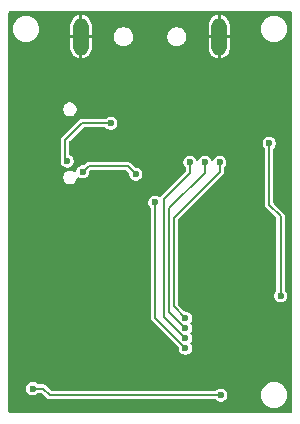
<source format=gbr>
%TF.GenerationSoftware,KiCad,Pcbnew,9.0.0*%
%TF.CreationDate,2025-07-11T23:31:07+02:00*%
%TF.ProjectId,usb-dmx,7573622d-646d-4782-9e6b-696361645f70,1*%
%TF.SameCoordinates,Original*%
%TF.FileFunction,Copper,L2,Bot*%
%TF.FilePolarity,Positive*%
%FSLAX46Y46*%
G04 Gerber Fmt 4.6, Leading zero omitted, Abs format (unit mm)*
G04 Created by KiCad (PCBNEW 9.0.0) date 2025-07-11 23:31:07*
%MOMM*%
%LPD*%
G01*
G04 APERTURE LIST*
%TA.AperFunction,HeatsinkPad*%
%ADD10O,1.300000X3.200000*%
%TD*%
%TA.AperFunction,ViaPad*%
%ADD11C,0.600000*%
%TD*%
%TA.AperFunction,Conductor*%
%ADD12C,0.200000*%
%TD*%
G04 APERTURE END LIST*
D10*
%TO.P,J2,5,Shield*%
%TO.N,GND*%
X94150000Y-62675000D03*
X105850000Y-62675000D03*
%TD*%
D11*
%TO.N,Net-(U3-EN)*%
X106000000Y-93000000D03*
X90050000Y-92450000D03*
%TO.N,1*%
X103000000Y-89050000D03*
X100412500Y-76700000D03*
%TO.N,2*%
X103365000Y-73275000D03*
X103000000Y-88200000D03*
%TO.N,4*%
X103000000Y-86500000D03*
X105905000Y-73275000D03*
%TO.N,GND*%
X110637500Y-87500000D03*
X96000000Y-89600000D03*
X111700000Y-83100000D03*
X90600000Y-69200000D03*
X107800000Y-83100000D03*
X106600000Y-67800000D03*
X111000000Y-66000000D03*
X104600000Y-87000000D03*
X103800000Y-61200000D03*
X107800000Y-62400000D03*
X90800000Y-81200000D03*
X101600000Y-91800000D03*
X100200000Y-63000000D03*
X105800000Y-65200000D03*
X92600000Y-91800000D03*
X91800000Y-62800000D03*
X92400000Y-86400000D03*
X100200000Y-70800000D03*
X96737500Y-68500000D03*
X89400000Y-73000000D03*
X109200000Y-79400000D03*
X96400000Y-61400000D03*
X104000000Y-77800000D03*
X109500000Y-85600000D03*
X104800000Y-71200000D03*
X97600000Y-74600000D03*
X99000000Y-82600000D03*
X111400000Y-74200000D03*
X108000000Y-93800000D03*
X98587500Y-76700000D03*
%TO.N,VCC_5V*%
X111050000Y-84600000D03*
X98800000Y-74300000D03*
X110100000Y-71700000D03*
X94290000Y-74100000D03*
%TO.N,3*%
X103000000Y-87350000D03*
X104635000Y-73275000D03*
%TO.N,Net-(J1-CC2)*%
X96687500Y-70000000D03*
X93000000Y-73200000D03*
%TD*%
D12*
%TO.N,Net-(U3-EN)*%
X91500000Y-93000000D02*
X106000000Y-93000000D01*
X90050000Y-92450000D02*
X90950000Y-92450000D01*
X90950000Y-92450000D02*
X91500000Y-93000000D01*
%TO.N,1*%
X100412500Y-86462500D02*
X103000000Y-89050000D01*
X100412500Y-76700000D02*
X100412500Y-86462500D01*
%TO.N,2*%
X103365000Y-74235000D02*
X101200000Y-76400000D01*
X101200000Y-76400000D02*
X101200000Y-86400000D01*
X103365000Y-73275000D02*
X103365000Y-74235000D01*
X101200000Y-86400000D02*
X103000000Y-88200000D01*
%TO.N,4*%
X102002000Y-85502000D02*
X103000000Y-86500000D01*
X102002000Y-77998000D02*
X102002000Y-85502000D01*
X105905000Y-74095000D02*
X102002000Y-77998000D01*
X105905000Y-73275000D02*
X105905000Y-74095000D01*
%TO.N,VCC_5V*%
X98800000Y-74300000D02*
X98099000Y-73599000D01*
X110100000Y-71700000D02*
X110100000Y-76900000D01*
X94791000Y-73599000D02*
X94290000Y-74100000D01*
X111050000Y-77850000D02*
X111050000Y-84600000D01*
X110100000Y-76900000D02*
X111050000Y-77850000D01*
X98099000Y-73599000D02*
X94791000Y-73599000D01*
%TO.N,3*%
X101601000Y-77199000D02*
X101601000Y-85951000D01*
X104635000Y-73275000D02*
X104635000Y-74165000D01*
X104635000Y-74165000D02*
X101601000Y-77199000D01*
X101601000Y-85951000D02*
X103000000Y-87350000D01*
%TO.N,Net-(J1-CC2)*%
X92800000Y-73000000D02*
X92800000Y-71400000D01*
X94200000Y-70000000D02*
X96687500Y-70000000D01*
X93000000Y-73200000D02*
X92800000Y-73000000D01*
X92800000Y-71400000D02*
X94200000Y-70000000D01*
%TD*%
%TA.AperFunction,Conductor*%
%TO.N,GND*%
G36*
X111942539Y-60520185D02*
G01*
X111988294Y-60572989D01*
X111999500Y-60624500D01*
X111999500Y-94375500D01*
X111979815Y-94442539D01*
X111927011Y-94488294D01*
X111875500Y-94499500D01*
X88124500Y-94499500D01*
X88057461Y-94479815D01*
X88011706Y-94427011D01*
X88000500Y-94375500D01*
X88000500Y-92377525D01*
X89499500Y-92377525D01*
X89499500Y-92522475D01*
X89533537Y-92649500D01*
X89537017Y-92662488D01*
X89609488Y-92788011D01*
X89609490Y-92788013D01*
X89609491Y-92788015D01*
X89711985Y-92890509D01*
X89711986Y-92890510D01*
X89711988Y-92890511D01*
X89837511Y-92962982D01*
X89837512Y-92962982D01*
X89837515Y-92962984D01*
X89977525Y-93000500D01*
X89977528Y-93000500D01*
X90122472Y-93000500D01*
X90122475Y-93000500D01*
X90262485Y-92962984D01*
X90388015Y-92890509D01*
X90441705Y-92836819D01*
X90468632Y-92822115D01*
X90494451Y-92805523D01*
X90500651Y-92804631D01*
X90503028Y-92803334D01*
X90529386Y-92800500D01*
X90753456Y-92800500D01*
X90820495Y-92820185D01*
X90841137Y-92836819D01*
X91284787Y-93280469D01*
X91354086Y-93320479D01*
X91354088Y-93320481D01*
X91362464Y-93325316D01*
X91364712Y-93326614D01*
X91453856Y-93350500D01*
X105520614Y-93350500D01*
X105587653Y-93370185D01*
X105608295Y-93386819D01*
X105661985Y-93440509D01*
X105661986Y-93440510D01*
X105661988Y-93440511D01*
X105787511Y-93512982D01*
X105787512Y-93512982D01*
X105787515Y-93512984D01*
X105927525Y-93550500D01*
X105927528Y-93550500D01*
X106072472Y-93550500D01*
X106072475Y-93550500D01*
X106212485Y-93512984D01*
X106338015Y-93440509D01*
X106440509Y-93338015D01*
X106512984Y-93212485D01*
X106550500Y-93072475D01*
X106550500Y-92927525D01*
X106546712Y-92913389D01*
X109399500Y-92913389D01*
X109399500Y-92980589D01*
X109399500Y-93086611D01*
X109426598Y-93257701D01*
X109468551Y-93386819D01*
X109480128Y-93422447D01*
X109526259Y-93512984D01*
X109558768Y-93576788D01*
X109660586Y-93716928D01*
X109783072Y-93839414D01*
X109923212Y-93941232D01*
X110077555Y-94019873D01*
X110242299Y-94073402D01*
X110413389Y-94100500D01*
X110413390Y-94100500D01*
X110586610Y-94100500D01*
X110586611Y-94100500D01*
X110757701Y-94073402D01*
X110922445Y-94019873D01*
X111076788Y-93941232D01*
X111216928Y-93839414D01*
X111339414Y-93716928D01*
X111441232Y-93576788D01*
X111519873Y-93422445D01*
X111573402Y-93257701D01*
X111600500Y-93086611D01*
X111600500Y-92913389D01*
X111573402Y-92742299D01*
X111519873Y-92577555D01*
X111441232Y-92423212D01*
X111339414Y-92283072D01*
X111216928Y-92160586D01*
X111076788Y-92058768D01*
X110922445Y-91980127D01*
X110757701Y-91926598D01*
X110757699Y-91926597D01*
X110757698Y-91926597D01*
X110626271Y-91905781D01*
X110586611Y-91899500D01*
X110413389Y-91899500D01*
X110373728Y-91905781D01*
X110242302Y-91926597D01*
X110077552Y-91980128D01*
X109923211Y-92058768D01*
X109894243Y-92079815D01*
X109783072Y-92160586D01*
X109783070Y-92160588D01*
X109783069Y-92160588D01*
X109660588Y-92283069D01*
X109660588Y-92283070D01*
X109660586Y-92283072D01*
X109616859Y-92343256D01*
X109558768Y-92423211D01*
X109480128Y-92577552D01*
X109426597Y-92742302D01*
X109401239Y-92902412D01*
X109399500Y-92913389D01*
X106546712Y-92913389D01*
X106512984Y-92787515D01*
X106486878Y-92742299D01*
X106440511Y-92661988D01*
X106440506Y-92661982D01*
X106338017Y-92559493D01*
X106338011Y-92559488D01*
X106212488Y-92487017D01*
X106212489Y-92487017D01*
X106201006Y-92483940D01*
X106072475Y-92449500D01*
X105927525Y-92449500D01*
X105798993Y-92483940D01*
X105787511Y-92487017D01*
X105661988Y-92559488D01*
X105661982Y-92559493D01*
X105608295Y-92613181D01*
X105546972Y-92646666D01*
X105520614Y-92649500D01*
X91696544Y-92649500D01*
X91629505Y-92629815D01*
X91608863Y-92613181D01*
X91165213Y-92169531D01*
X91165208Y-92169527D01*
X91085290Y-92123387D01*
X91085289Y-92123386D01*
X91085288Y-92123386D01*
X90996144Y-92099500D01*
X90996143Y-92099500D01*
X90529386Y-92099500D01*
X90462347Y-92079815D01*
X90441705Y-92063181D01*
X90388017Y-92009493D01*
X90388011Y-92009488D01*
X90262488Y-91937017D01*
X90262489Y-91937017D01*
X90251006Y-91933940D01*
X90122475Y-91899500D01*
X89977525Y-91899500D01*
X89848993Y-91933940D01*
X89837511Y-91937017D01*
X89711988Y-92009488D01*
X89711982Y-92009493D01*
X89609493Y-92111982D01*
X89609488Y-92111988D01*
X89537017Y-92237511D01*
X89537016Y-92237515D01*
X89499500Y-92377525D01*
X88000500Y-92377525D01*
X88000500Y-76627525D01*
X99862000Y-76627525D01*
X99862000Y-76772475D01*
X99867001Y-76791137D01*
X99899517Y-76912488D01*
X99971988Y-77038011D01*
X99971993Y-77038017D01*
X100025681Y-77091705D01*
X100059166Y-77153028D01*
X100062000Y-77179386D01*
X100062000Y-86508644D01*
X100079104Y-86572475D01*
X100085886Y-86597787D01*
X100085887Y-86597790D01*
X100132027Y-86677708D01*
X100132031Y-86677713D01*
X102413181Y-88958863D01*
X102446666Y-89020186D01*
X102449500Y-89046544D01*
X102449500Y-89122475D01*
X102487016Y-89262485D01*
X102487017Y-89262488D01*
X102559488Y-89388011D01*
X102559490Y-89388013D01*
X102559491Y-89388015D01*
X102661985Y-89490509D01*
X102661986Y-89490510D01*
X102661988Y-89490511D01*
X102787511Y-89562982D01*
X102787512Y-89562982D01*
X102787515Y-89562984D01*
X102927525Y-89600500D01*
X102927528Y-89600500D01*
X103072472Y-89600500D01*
X103072475Y-89600500D01*
X103212485Y-89562984D01*
X103338015Y-89490509D01*
X103440509Y-89388015D01*
X103512984Y-89262485D01*
X103550500Y-89122475D01*
X103550500Y-88977525D01*
X103512984Y-88837515D01*
X103440509Y-88711985D01*
X103440507Y-88711983D01*
X103435562Y-88705539D01*
X103436790Y-88704596D01*
X103407720Y-88651358D01*
X103412704Y-88581666D01*
X103436267Y-88545002D01*
X103435562Y-88544461D01*
X103440504Y-88538019D01*
X103440509Y-88538015D01*
X103512984Y-88412485D01*
X103550500Y-88272475D01*
X103550500Y-88127525D01*
X103512984Y-87987515D01*
X103440509Y-87861985D01*
X103440507Y-87861983D01*
X103435562Y-87855539D01*
X103436790Y-87854596D01*
X103407720Y-87801358D01*
X103412704Y-87731666D01*
X103436267Y-87695002D01*
X103435562Y-87694461D01*
X103440504Y-87688019D01*
X103440509Y-87688015D01*
X103512984Y-87562485D01*
X103550500Y-87422475D01*
X103550500Y-87277525D01*
X103512984Y-87137515D01*
X103440509Y-87011985D01*
X103440507Y-87011983D01*
X103435562Y-87005539D01*
X103436790Y-87004596D01*
X103407720Y-86951358D01*
X103412704Y-86881666D01*
X103436267Y-86845002D01*
X103435562Y-86844461D01*
X103440504Y-86838019D01*
X103440509Y-86838015D01*
X103512984Y-86712485D01*
X103550500Y-86572475D01*
X103550500Y-86427525D01*
X103512984Y-86287515D01*
X103440509Y-86161985D01*
X103338015Y-86059491D01*
X103338013Y-86059490D01*
X103338011Y-86059488D01*
X103212488Y-85987017D01*
X103212489Y-85987017D01*
X103201006Y-85983940D01*
X103072475Y-85949500D01*
X103072472Y-85949500D01*
X102996544Y-85949500D01*
X102929505Y-85929815D01*
X102908863Y-85913181D01*
X102388819Y-85393137D01*
X102355334Y-85331814D01*
X102352500Y-85305456D01*
X102352500Y-78194544D01*
X102372185Y-78127505D01*
X102388819Y-78106863D01*
X104243682Y-76252000D01*
X106185470Y-74310212D01*
X106231614Y-74230288D01*
X106255500Y-74141143D01*
X106255500Y-74048856D01*
X106255500Y-73754386D01*
X106275185Y-73687347D01*
X106291819Y-73666705D01*
X106318018Y-73640506D01*
X106345509Y-73613015D01*
X106417984Y-73487485D01*
X106455500Y-73347475D01*
X106455500Y-73202525D01*
X106417984Y-73062515D01*
X106374680Y-72987511D01*
X106345511Y-72936988D01*
X106345506Y-72936982D01*
X106243017Y-72834493D01*
X106243011Y-72834488D01*
X106117488Y-72762017D01*
X106117489Y-72762017D01*
X106106006Y-72758940D01*
X105977475Y-72724500D01*
X105832525Y-72724500D01*
X105703993Y-72758940D01*
X105692511Y-72762017D01*
X105566988Y-72834488D01*
X105566982Y-72834493D01*
X105464493Y-72936982D01*
X105464488Y-72936988D01*
X105392017Y-73062511D01*
X105392015Y-73062516D01*
X105389774Y-73070881D01*
X105353409Y-73130541D01*
X105290561Y-73161069D01*
X105221186Y-73152774D01*
X105167309Y-73108288D01*
X105150226Y-73070881D01*
X105147984Y-73062516D01*
X105147982Y-73062511D01*
X105075511Y-72936988D01*
X105075506Y-72936982D01*
X104973017Y-72834493D01*
X104973011Y-72834488D01*
X104847488Y-72762017D01*
X104847489Y-72762017D01*
X104836006Y-72758940D01*
X104707475Y-72724500D01*
X104562525Y-72724500D01*
X104433993Y-72758940D01*
X104422511Y-72762017D01*
X104296988Y-72834488D01*
X104296982Y-72834493D01*
X104194493Y-72936982D01*
X104194488Y-72936988D01*
X104122017Y-73062511D01*
X104122015Y-73062516D01*
X104119774Y-73070881D01*
X104083409Y-73130541D01*
X104020561Y-73161069D01*
X103951186Y-73152774D01*
X103897309Y-73108288D01*
X103880226Y-73070881D01*
X103877984Y-73062516D01*
X103877982Y-73062511D01*
X103805511Y-72936988D01*
X103805506Y-72936982D01*
X103703017Y-72834493D01*
X103703011Y-72834488D01*
X103577488Y-72762017D01*
X103577489Y-72762017D01*
X103566006Y-72758940D01*
X103437475Y-72724500D01*
X103292525Y-72724500D01*
X103163993Y-72758940D01*
X103152511Y-72762017D01*
X103026988Y-72834488D01*
X103026982Y-72834493D01*
X102924493Y-72936982D01*
X102924488Y-72936988D01*
X102852017Y-73062511D01*
X102852016Y-73062515D01*
X102814500Y-73202525D01*
X102814500Y-73347475D01*
X102849775Y-73479120D01*
X102852017Y-73487488D01*
X102924488Y-73613011D01*
X102924493Y-73613017D01*
X102978181Y-73666705D01*
X103011666Y-73728028D01*
X103014500Y-73754386D01*
X103014500Y-74038456D01*
X102994815Y-74105495D01*
X102978181Y-74126137D01*
X100919532Y-76184785D01*
X100919528Y-76184791D01*
X100906926Y-76206617D01*
X100856357Y-76254831D01*
X100787750Y-76268051D01*
X100737541Y-76252000D01*
X100624988Y-76187017D01*
X100624989Y-76187017D01*
X100613506Y-76183940D01*
X100484975Y-76149500D01*
X100340025Y-76149500D01*
X100211493Y-76183940D01*
X100200011Y-76187017D01*
X100074488Y-76259488D01*
X100074482Y-76259493D01*
X99971993Y-76361982D01*
X99971988Y-76361988D01*
X99899517Y-76487511D01*
X99899516Y-76487515D01*
X99862000Y-76627525D01*
X88000500Y-76627525D01*
X88000500Y-74514234D01*
X92639500Y-74514234D01*
X92639500Y-74665765D01*
X92678719Y-74812136D01*
X92679209Y-74812984D01*
X92754485Y-74943365D01*
X92861635Y-75050515D01*
X92992865Y-75126281D01*
X93139234Y-75165500D01*
X93139236Y-75165500D01*
X93290764Y-75165500D01*
X93290766Y-75165500D01*
X93437135Y-75126281D01*
X93568365Y-75050515D01*
X93675515Y-74943365D01*
X93751281Y-74812135D01*
X93790500Y-74665766D01*
X93790500Y-74662049D01*
X93791386Y-74659028D01*
X93791561Y-74657706D01*
X93791767Y-74657733D01*
X93810185Y-74595010D01*
X93862989Y-74549255D01*
X93932147Y-74539311D01*
X93976499Y-74554662D01*
X94020783Y-74580229D01*
X94077509Y-74612981D01*
X94077510Y-74612982D01*
X94077512Y-74612982D01*
X94077515Y-74612984D01*
X94217525Y-74650500D01*
X94217528Y-74650500D01*
X94362472Y-74650500D01*
X94362475Y-74650500D01*
X94502485Y-74612984D01*
X94628015Y-74540509D01*
X94730509Y-74438015D01*
X94802984Y-74312485D01*
X94840500Y-74172475D01*
X94840500Y-74096544D01*
X94849144Y-74067103D01*
X94855668Y-74037117D01*
X94859422Y-74032101D01*
X94860185Y-74029505D01*
X94876819Y-74008863D01*
X94899863Y-73985819D01*
X94961186Y-73952334D01*
X94987544Y-73949500D01*
X97902456Y-73949500D01*
X97969495Y-73969185D01*
X97990137Y-73985819D01*
X98213181Y-74208863D01*
X98246666Y-74270186D01*
X98249500Y-74296544D01*
X98249500Y-74372475D01*
X98270330Y-74450212D01*
X98287017Y-74512488D01*
X98359488Y-74638011D01*
X98359490Y-74638013D01*
X98359491Y-74638015D01*
X98461985Y-74740509D01*
X98461986Y-74740510D01*
X98461988Y-74740511D01*
X98587511Y-74812982D01*
X98587512Y-74812982D01*
X98587515Y-74812984D01*
X98727525Y-74850500D01*
X98727528Y-74850500D01*
X98872472Y-74850500D01*
X98872475Y-74850500D01*
X99012485Y-74812984D01*
X99138015Y-74740509D01*
X99240509Y-74638015D01*
X99312984Y-74512485D01*
X99350500Y-74372475D01*
X99350500Y-74227525D01*
X99312984Y-74087515D01*
X99282881Y-74035376D01*
X99240511Y-73961988D01*
X99240506Y-73961982D01*
X99138017Y-73859493D01*
X99138011Y-73859488D01*
X99012488Y-73787017D01*
X99012489Y-73787017D01*
X99001006Y-73783940D01*
X98872475Y-73749500D01*
X98872472Y-73749500D01*
X98796544Y-73749500D01*
X98729505Y-73729815D01*
X98708863Y-73713181D01*
X98314213Y-73318531D01*
X98314208Y-73318527D01*
X98234290Y-73272387D01*
X98234289Y-73272386D01*
X98234288Y-73272386D01*
X98145144Y-73248500D01*
X94744856Y-73248500D01*
X94655712Y-73272386D01*
X94655709Y-73272387D01*
X94575791Y-73318527D01*
X94575786Y-73318531D01*
X94381137Y-73513181D01*
X94319814Y-73546666D01*
X94293456Y-73549500D01*
X94217525Y-73549500D01*
X94088993Y-73583940D01*
X94077511Y-73587017D01*
X93951988Y-73659488D01*
X93951982Y-73659493D01*
X93849493Y-73761982D01*
X93849488Y-73761988D01*
X93777017Y-73887511D01*
X93777016Y-73887515D01*
X93755133Y-73969185D01*
X93739499Y-74027530D01*
X93739157Y-74030128D01*
X93738260Y-74032154D01*
X93737397Y-74035376D01*
X93736894Y-74035241D01*
X93710884Y-74094022D01*
X93652556Y-74132487D01*
X93582691Y-74133312D01*
X93554223Y-74121320D01*
X93460317Y-74067103D01*
X93437136Y-74053719D01*
X93356652Y-74032154D01*
X93290766Y-74014500D01*
X93139234Y-74014500D01*
X92992863Y-74053719D01*
X92861635Y-74129485D01*
X92861632Y-74129487D01*
X92754487Y-74236632D01*
X92754485Y-74236635D01*
X92678719Y-74367863D01*
X92639500Y-74514234D01*
X88000500Y-74514234D01*
X88000500Y-71353856D01*
X92449500Y-71353856D01*
X92449500Y-73046143D01*
X92451805Y-73054747D01*
X92451805Y-73118919D01*
X92449500Y-73127520D01*
X92449500Y-73127525D01*
X92449500Y-73272475D01*
X92482927Y-73397225D01*
X92487017Y-73412488D01*
X92559488Y-73538011D01*
X92559490Y-73538013D01*
X92559491Y-73538015D01*
X92661985Y-73640509D01*
X92661986Y-73640510D01*
X92661988Y-73640511D01*
X92787511Y-73712982D01*
X92787512Y-73712982D01*
X92787515Y-73712984D01*
X92927525Y-73750500D01*
X92927528Y-73750500D01*
X93072472Y-73750500D01*
X93072475Y-73750500D01*
X93212485Y-73712984D01*
X93338015Y-73640509D01*
X93440509Y-73538015D01*
X93512984Y-73412485D01*
X93550500Y-73272475D01*
X93550500Y-73127525D01*
X93512984Y-72987515D01*
X93483810Y-72936985D01*
X93440511Y-72861988D01*
X93440506Y-72861982D01*
X93338017Y-72759493D01*
X93338015Y-72759491D01*
X93212499Y-72687024D01*
X93164284Y-72636457D01*
X93150500Y-72579637D01*
X93150500Y-71627525D01*
X109549500Y-71627525D01*
X109549500Y-71772475D01*
X109587016Y-71912485D01*
X109587017Y-71912488D01*
X109659488Y-72038011D01*
X109659493Y-72038017D01*
X109713181Y-72091705D01*
X109746666Y-72153028D01*
X109749500Y-72179386D01*
X109749500Y-76946144D01*
X109759581Y-76983768D01*
X109759587Y-76983789D01*
X109773385Y-77035287D01*
X109819527Y-77115208D01*
X109819531Y-77115213D01*
X110663181Y-77958863D01*
X110696666Y-78020186D01*
X110699500Y-78046544D01*
X110699500Y-84120614D01*
X110679815Y-84187653D01*
X110663181Y-84208295D01*
X110609493Y-84261982D01*
X110609488Y-84261988D01*
X110537017Y-84387511D01*
X110537016Y-84387515D01*
X110499500Y-84527525D01*
X110499500Y-84672475D01*
X110537016Y-84812485D01*
X110537017Y-84812488D01*
X110609488Y-84938011D01*
X110609490Y-84938013D01*
X110609491Y-84938015D01*
X110711985Y-85040509D01*
X110711986Y-85040510D01*
X110711988Y-85040511D01*
X110837511Y-85112982D01*
X110837512Y-85112982D01*
X110837515Y-85112984D01*
X110977525Y-85150500D01*
X110977528Y-85150500D01*
X111122472Y-85150500D01*
X111122475Y-85150500D01*
X111262485Y-85112984D01*
X111388015Y-85040509D01*
X111490509Y-84938015D01*
X111562984Y-84812485D01*
X111600500Y-84672475D01*
X111600500Y-84527525D01*
X111562984Y-84387515D01*
X111490509Y-84261985D01*
X111436819Y-84208295D01*
X111403334Y-84146972D01*
X111400500Y-84120614D01*
X111400500Y-77803858D01*
X111400500Y-77803856D01*
X111376614Y-77714712D01*
X111330470Y-77634788D01*
X110486819Y-76791137D01*
X110453334Y-76729814D01*
X110450500Y-76703456D01*
X110450500Y-72179386D01*
X110470185Y-72112347D01*
X110486819Y-72091705D01*
X110540509Y-72038015D01*
X110612984Y-71912485D01*
X110650500Y-71772475D01*
X110650500Y-71627525D01*
X110612984Y-71487515D01*
X110540509Y-71361985D01*
X110438015Y-71259491D01*
X110438013Y-71259490D01*
X110438011Y-71259488D01*
X110312488Y-71187017D01*
X110312489Y-71187017D01*
X110301006Y-71183940D01*
X110172475Y-71149500D01*
X110027525Y-71149500D01*
X109898993Y-71183940D01*
X109887511Y-71187017D01*
X109761988Y-71259488D01*
X109761982Y-71259493D01*
X109659493Y-71361982D01*
X109659488Y-71361988D01*
X109587017Y-71487511D01*
X109587016Y-71487515D01*
X109549500Y-71627525D01*
X93150500Y-71627525D01*
X93150500Y-71596544D01*
X93170185Y-71529505D01*
X93186819Y-71508863D01*
X94308863Y-70386819D01*
X94370186Y-70353334D01*
X94396544Y-70350500D01*
X96208114Y-70350500D01*
X96275153Y-70370185D01*
X96295795Y-70386819D01*
X96349485Y-70440509D01*
X96349486Y-70440510D01*
X96349488Y-70440511D01*
X96475011Y-70512982D01*
X96475012Y-70512982D01*
X96475015Y-70512984D01*
X96615025Y-70550500D01*
X96615028Y-70550500D01*
X96759972Y-70550500D01*
X96759975Y-70550500D01*
X96899985Y-70512984D01*
X97025515Y-70440509D01*
X97128009Y-70338015D01*
X97200484Y-70212485D01*
X97238000Y-70072475D01*
X97238000Y-69927525D01*
X97200484Y-69787515D01*
X97161233Y-69719531D01*
X97128011Y-69661988D01*
X97128006Y-69661982D01*
X97025517Y-69559493D01*
X97025511Y-69559488D01*
X96899988Y-69487017D01*
X96899989Y-69487017D01*
X96888506Y-69483940D01*
X96759975Y-69449500D01*
X96615025Y-69449500D01*
X96486493Y-69483940D01*
X96475011Y-69487017D01*
X96349488Y-69559488D01*
X96349482Y-69559493D01*
X96295795Y-69613181D01*
X96234472Y-69646666D01*
X96208114Y-69649500D01*
X94153856Y-69649500D01*
X94064712Y-69673386D01*
X94064709Y-69673387D01*
X93984791Y-69719527D01*
X93984786Y-69719531D01*
X92519532Y-71184785D01*
X92519527Y-71184791D01*
X92476401Y-71259487D01*
X92476402Y-71259488D01*
X92473385Y-71264713D01*
X92449500Y-71353856D01*
X88000500Y-71353856D01*
X88000500Y-68734234D01*
X92639500Y-68734234D01*
X92639500Y-68885765D01*
X92678719Y-69032136D01*
X92716602Y-69097750D01*
X92754485Y-69163365D01*
X92861635Y-69270515D01*
X92992865Y-69346281D01*
X93139234Y-69385500D01*
X93139236Y-69385500D01*
X93290764Y-69385500D01*
X93290766Y-69385500D01*
X93437135Y-69346281D01*
X93568365Y-69270515D01*
X93675515Y-69163365D01*
X93751281Y-69032135D01*
X93790500Y-68885766D01*
X93790500Y-68734234D01*
X93751281Y-68587865D01*
X93675515Y-68456635D01*
X93568365Y-68349485D01*
X93502750Y-68311602D01*
X93437136Y-68273719D01*
X93363950Y-68254109D01*
X93290766Y-68234500D01*
X93139234Y-68234500D01*
X92992863Y-68273719D01*
X92861635Y-68349485D01*
X92861632Y-68349487D01*
X92754487Y-68456632D01*
X92754485Y-68456635D01*
X92678719Y-68587863D01*
X92639500Y-68734234D01*
X88000500Y-68734234D01*
X88000500Y-61913389D01*
X88399500Y-61913389D01*
X88399500Y-61980589D01*
X88399500Y-62086611D01*
X88426598Y-62257701D01*
X88480127Y-62422445D01*
X88558768Y-62576788D01*
X88660586Y-62716928D01*
X88783072Y-62839414D01*
X88923212Y-62941232D01*
X89077555Y-63019873D01*
X89242299Y-63073402D01*
X89413389Y-63100500D01*
X89413390Y-63100500D01*
X89586610Y-63100500D01*
X89586611Y-63100500D01*
X89757701Y-63073402D01*
X89922445Y-63019873D01*
X90076788Y-62941232D01*
X90216928Y-62839414D01*
X90339414Y-62716928D01*
X90441232Y-62576788D01*
X90519873Y-62422445D01*
X90573402Y-62257701D01*
X90600500Y-62086611D01*
X90600500Y-61913389D01*
X90573402Y-61742299D01*
X90538978Y-61636353D01*
X93250000Y-61636353D01*
X93250000Y-62550000D01*
X93800000Y-62550000D01*
X93800000Y-62800000D01*
X93250000Y-62800000D01*
X93250000Y-63713646D01*
X93284584Y-63887512D01*
X93284586Y-63887520D01*
X93352428Y-64051307D01*
X93352433Y-64051316D01*
X93450923Y-64198716D01*
X93450926Y-64198720D01*
X93576279Y-64324073D01*
X93576283Y-64324076D01*
X93723683Y-64422566D01*
X93723692Y-64422571D01*
X93887479Y-64490413D01*
X93887487Y-64490415D01*
X94024999Y-64517768D01*
X94025000Y-64517768D01*
X94025000Y-63903852D01*
X94103922Y-63925000D01*
X94196078Y-63925000D01*
X94275000Y-63903852D01*
X94275000Y-64517768D01*
X94412512Y-64490415D01*
X94412520Y-64490413D01*
X94576307Y-64422571D01*
X94576316Y-64422566D01*
X94723716Y-64324076D01*
X94723720Y-64324073D01*
X94849073Y-64198720D01*
X94849076Y-64198716D01*
X94947566Y-64051316D01*
X94947571Y-64051307D01*
X95015413Y-63887520D01*
X95015415Y-63887512D01*
X95049999Y-63713646D01*
X95050000Y-63713643D01*
X95050000Y-62800000D01*
X94500000Y-62800000D01*
X94500000Y-62596153D01*
X96949500Y-62596153D01*
X96949500Y-62753846D01*
X96980261Y-62908489D01*
X96980264Y-62908501D01*
X97040602Y-63054172D01*
X97040609Y-63054185D01*
X97128210Y-63185288D01*
X97128213Y-63185292D01*
X97239707Y-63296786D01*
X97239711Y-63296789D01*
X97370814Y-63384390D01*
X97370827Y-63384397D01*
X97516498Y-63444735D01*
X97516503Y-63444737D01*
X97671153Y-63475499D01*
X97671156Y-63475500D01*
X97671158Y-63475500D01*
X97828844Y-63475500D01*
X97828845Y-63475499D01*
X97983497Y-63444737D01*
X98129179Y-63384394D01*
X98260289Y-63296789D01*
X98371789Y-63185289D01*
X98459394Y-63054179D01*
X98519737Y-62908497D01*
X98550500Y-62753842D01*
X98550500Y-62596158D01*
X98550500Y-62596155D01*
X98550499Y-62596153D01*
X101449500Y-62596153D01*
X101449500Y-62753846D01*
X101480261Y-62908489D01*
X101480264Y-62908501D01*
X101540602Y-63054172D01*
X101540609Y-63054185D01*
X101628210Y-63185288D01*
X101628213Y-63185292D01*
X101739707Y-63296786D01*
X101739711Y-63296789D01*
X101870814Y-63384390D01*
X101870827Y-63384397D01*
X102016498Y-63444735D01*
X102016503Y-63444737D01*
X102171153Y-63475499D01*
X102171156Y-63475500D01*
X102171158Y-63475500D01*
X102328844Y-63475500D01*
X102328845Y-63475499D01*
X102483497Y-63444737D01*
X102629179Y-63384394D01*
X102760289Y-63296789D01*
X102871789Y-63185289D01*
X102959394Y-63054179D01*
X103019737Y-62908497D01*
X103050500Y-62753842D01*
X103050500Y-62596158D01*
X103050500Y-62596155D01*
X103050499Y-62596153D01*
X103046647Y-62576788D01*
X103019737Y-62441503D01*
X103011843Y-62422445D01*
X102959397Y-62295827D01*
X102959390Y-62295814D01*
X102871789Y-62164711D01*
X102871786Y-62164707D01*
X102760292Y-62053213D01*
X102760288Y-62053210D01*
X102629185Y-61965609D01*
X102629172Y-61965602D01*
X102483501Y-61905264D01*
X102483489Y-61905261D01*
X102328845Y-61874500D01*
X102328842Y-61874500D01*
X102171158Y-61874500D01*
X102171155Y-61874500D01*
X102016510Y-61905261D01*
X102016498Y-61905264D01*
X101870827Y-61965602D01*
X101870814Y-61965609D01*
X101739711Y-62053210D01*
X101739707Y-62053213D01*
X101628213Y-62164707D01*
X101628210Y-62164711D01*
X101540609Y-62295814D01*
X101540602Y-62295827D01*
X101480264Y-62441498D01*
X101480261Y-62441510D01*
X101449500Y-62596153D01*
X98550499Y-62596153D01*
X98546647Y-62576788D01*
X98519737Y-62441503D01*
X98511843Y-62422445D01*
X98459397Y-62295827D01*
X98459390Y-62295814D01*
X98371789Y-62164711D01*
X98371786Y-62164707D01*
X98260292Y-62053213D01*
X98260288Y-62053210D01*
X98129185Y-61965609D01*
X98129172Y-61965602D01*
X97983501Y-61905264D01*
X97983489Y-61905261D01*
X97828845Y-61874500D01*
X97828842Y-61874500D01*
X97671158Y-61874500D01*
X97671155Y-61874500D01*
X97516510Y-61905261D01*
X97516498Y-61905264D01*
X97370827Y-61965602D01*
X97370814Y-61965609D01*
X97239711Y-62053210D01*
X97239707Y-62053213D01*
X97128213Y-62164707D01*
X97128210Y-62164711D01*
X97040609Y-62295814D01*
X97040602Y-62295827D01*
X96980264Y-62441498D01*
X96980261Y-62441510D01*
X96949500Y-62596153D01*
X94500000Y-62596153D01*
X94500000Y-62550000D01*
X95050000Y-62550000D01*
X95050000Y-61636357D01*
X95049999Y-61636353D01*
X104950000Y-61636353D01*
X104950000Y-62550000D01*
X105500000Y-62550000D01*
X105500000Y-62800000D01*
X104950000Y-62800000D01*
X104950000Y-63713646D01*
X104984584Y-63887512D01*
X104984586Y-63887520D01*
X105052428Y-64051307D01*
X105052433Y-64051316D01*
X105150923Y-64198716D01*
X105150926Y-64198720D01*
X105276279Y-64324073D01*
X105276283Y-64324076D01*
X105423683Y-64422566D01*
X105423692Y-64422571D01*
X105587479Y-64490413D01*
X105587487Y-64490415D01*
X105724999Y-64517768D01*
X105725000Y-64517768D01*
X105725000Y-63903852D01*
X105803922Y-63925000D01*
X105896078Y-63925000D01*
X105975000Y-63903852D01*
X105975000Y-64517768D01*
X106112512Y-64490415D01*
X106112520Y-64490413D01*
X106276307Y-64422571D01*
X106276316Y-64422566D01*
X106423716Y-64324076D01*
X106423720Y-64324073D01*
X106549073Y-64198720D01*
X106549076Y-64198716D01*
X106647566Y-64051316D01*
X106647571Y-64051307D01*
X106715413Y-63887520D01*
X106715415Y-63887512D01*
X106749999Y-63713646D01*
X106750000Y-63713643D01*
X106750000Y-62800000D01*
X106200000Y-62800000D01*
X106200000Y-62550000D01*
X106750000Y-62550000D01*
X106750000Y-61913389D01*
X109399500Y-61913389D01*
X109399500Y-61980589D01*
X109399500Y-62086611D01*
X109426598Y-62257701D01*
X109480127Y-62422445D01*
X109558768Y-62576788D01*
X109660586Y-62716928D01*
X109783072Y-62839414D01*
X109923212Y-62941232D01*
X110077555Y-63019873D01*
X110242299Y-63073402D01*
X110413389Y-63100500D01*
X110413390Y-63100500D01*
X110586610Y-63100500D01*
X110586611Y-63100500D01*
X110757701Y-63073402D01*
X110922445Y-63019873D01*
X111076788Y-62941232D01*
X111216928Y-62839414D01*
X111339414Y-62716928D01*
X111441232Y-62576788D01*
X111519873Y-62422445D01*
X111573402Y-62257701D01*
X111600500Y-62086611D01*
X111600500Y-61913389D01*
X111573402Y-61742299D01*
X111519873Y-61577555D01*
X111441232Y-61423212D01*
X111339414Y-61283072D01*
X111216928Y-61160586D01*
X111076788Y-61058768D01*
X111012331Y-61025926D01*
X110922447Y-60980128D01*
X110922446Y-60980127D01*
X110922445Y-60980127D01*
X110757701Y-60926598D01*
X110757699Y-60926597D01*
X110757698Y-60926597D01*
X110626271Y-60905781D01*
X110586611Y-60899500D01*
X110413389Y-60899500D01*
X110373728Y-60905781D01*
X110242302Y-60926597D01*
X110077552Y-60980128D01*
X109923211Y-61058768D01*
X109843256Y-61116859D01*
X109783072Y-61160586D01*
X109783070Y-61160588D01*
X109783069Y-61160588D01*
X109660588Y-61283069D01*
X109660588Y-61283070D01*
X109660586Y-61283072D01*
X109616859Y-61343256D01*
X109558768Y-61423211D01*
X109480128Y-61577552D01*
X109426597Y-61742302D01*
X109405659Y-61874500D01*
X109399500Y-61913389D01*
X106750000Y-61913389D01*
X106750000Y-61636357D01*
X106749999Y-61636353D01*
X106715415Y-61462487D01*
X106715413Y-61462479D01*
X106647571Y-61298692D01*
X106647566Y-61298683D01*
X106549076Y-61151283D01*
X106549073Y-61151279D01*
X106423720Y-61025926D01*
X106423716Y-61025923D01*
X106276316Y-60927433D01*
X106276307Y-60927428D01*
X106112520Y-60859586D01*
X106112514Y-60859584D01*
X105975000Y-60832230D01*
X105975000Y-61446147D01*
X105896078Y-61425000D01*
X105803922Y-61425000D01*
X105725000Y-61446147D01*
X105725000Y-60832231D01*
X105724999Y-60832230D01*
X105587485Y-60859584D01*
X105587479Y-60859586D01*
X105423692Y-60927428D01*
X105423683Y-60927433D01*
X105276283Y-61025923D01*
X105276279Y-61025926D01*
X105150926Y-61151279D01*
X105150923Y-61151283D01*
X105052433Y-61298683D01*
X105052428Y-61298692D01*
X104984586Y-61462479D01*
X104984584Y-61462487D01*
X104950000Y-61636353D01*
X95049999Y-61636353D01*
X95015415Y-61462487D01*
X95015413Y-61462479D01*
X94947571Y-61298692D01*
X94947566Y-61298683D01*
X94849076Y-61151283D01*
X94849073Y-61151279D01*
X94723720Y-61025926D01*
X94723716Y-61025923D01*
X94576316Y-60927433D01*
X94576307Y-60927428D01*
X94412520Y-60859586D01*
X94412514Y-60859584D01*
X94275000Y-60832230D01*
X94275000Y-61446147D01*
X94196078Y-61425000D01*
X94103922Y-61425000D01*
X94025000Y-61446147D01*
X94025000Y-60832231D01*
X94024999Y-60832230D01*
X93887485Y-60859584D01*
X93887479Y-60859586D01*
X93723692Y-60927428D01*
X93723683Y-60927433D01*
X93576283Y-61025923D01*
X93576279Y-61025926D01*
X93450926Y-61151279D01*
X93450923Y-61151283D01*
X93352433Y-61298683D01*
X93352428Y-61298692D01*
X93284586Y-61462479D01*
X93284584Y-61462487D01*
X93250000Y-61636353D01*
X90538978Y-61636353D01*
X90519873Y-61577555D01*
X90441232Y-61423212D01*
X90339414Y-61283072D01*
X90216928Y-61160586D01*
X90076788Y-61058768D01*
X90012331Y-61025926D01*
X89922447Y-60980128D01*
X89922446Y-60980127D01*
X89922445Y-60980127D01*
X89757701Y-60926598D01*
X89757699Y-60926597D01*
X89757698Y-60926597D01*
X89626271Y-60905781D01*
X89586611Y-60899500D01*
X89413389Y-60899500D01*
X89373728Y-60905781D01*
X89242302Y-60926597D01*
X89077552Y-60980128D01*
X88923211Y-61058768D01*
X88843256Y-61116859D01*
X88783072Y-61160586D01*
X88783070Y-61160588D01*
X88783069Y-61160588D01*
X88660588Y-61283069D01*
X88660588Y-61283070D01*
X88660586Y-61283072D01*
X88616859Y-61343256D01*
X88558768Y-61423211D01*
X88480128Y-61577552D01*
X88426597Y-61742302D01*
X88405659Y-61874500D01*
X88399500Y-61913389D01*
X88000500Y-61913389D01*
X88000500Y-60624500D01*
X88020185Y-60557461D01*
X88072989Y-60511706D01*
X88124500Y-60500500D01*
X111875500Y-60500500D01*
X111942539Y-60520185D01*
G37*
%TD.AperFunction*%
%TD*%
M02*

</source>
